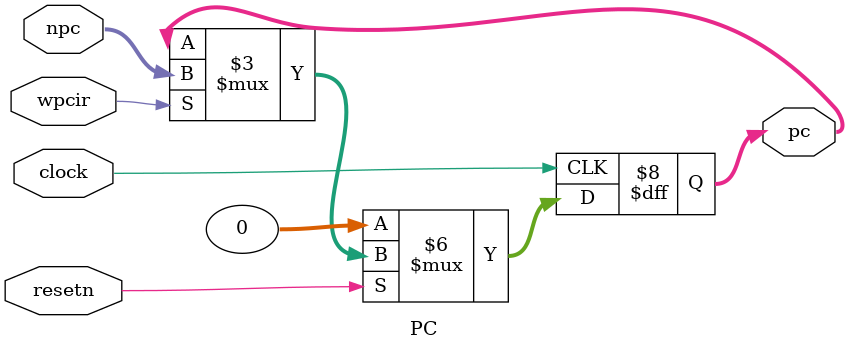
<source format=v>
module PC (
    input [31:0] npc,
    input wpcir, clock, resetn,
    output reg [31:0] pc 
);
    always @(posedge clock) begin : proc_pc
        if(~resetn) begin
            pc <= 0;
        end else begin
            if(wpcir) begin
                pc <= npc;
            end
        end
    end
endmodule

</source>
